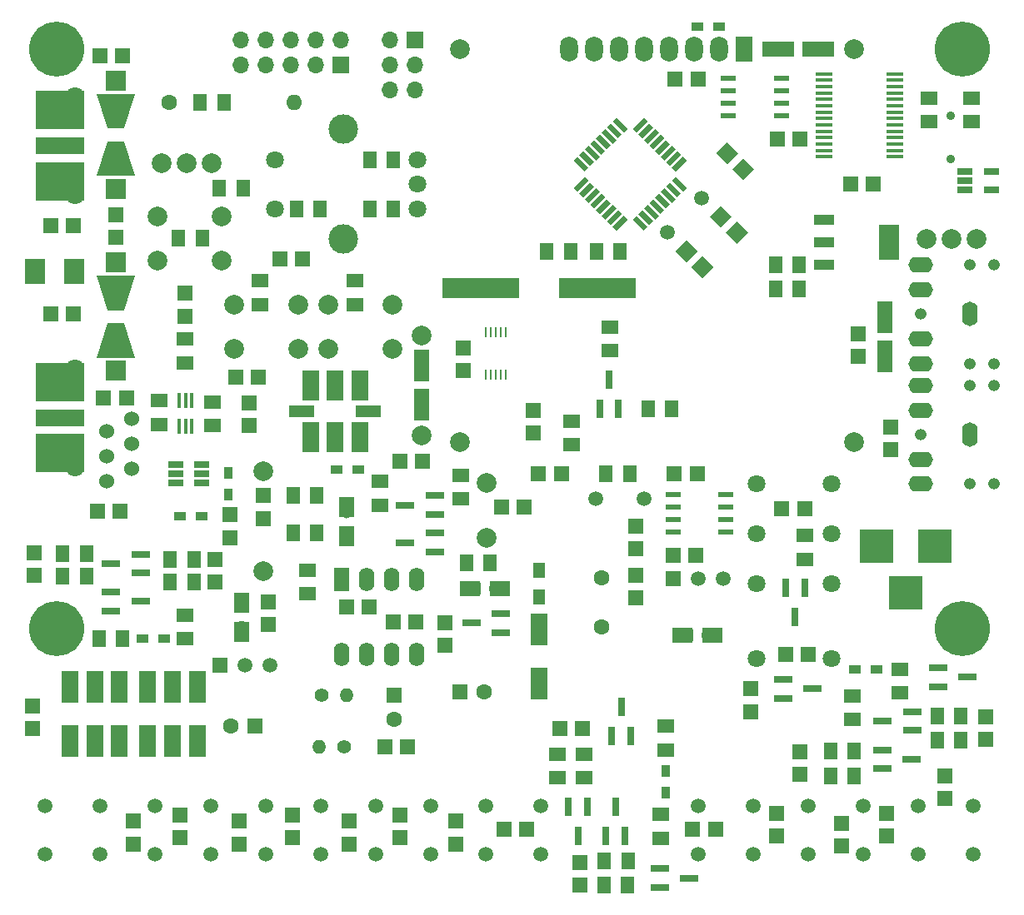
<source format=gts>
G04 #@! TF.FileFunction,Soldermask,Top*
%FSLAX46Y46*%
G04 Gerber Fmt 4.6, Leading zero omitted, Abs format (unit mm)*
G04 Created by KiCad (PCBNEW 4.0.3+e1-6302~38~ubuntu14.04.1-stable) date Sat Aug 26 04:58:37 2017*
%MOMM*%
%LPD*%
G01*
G04 APERTURE LIST*
%ADD10C,0.100000*%
%ADD11C,2.000000*%
%ADD12C,5.600000*%
%ADD13R,1.550000X0.600000*%
%ADD14R,1.560000X0.650000*%
%ADD15R,1.600000X1.600000*%
%ADD16R,3.500120X3.500120*%
%ADD17R,0.800000X1.900000*%
%ADD18R,1.900000X0.800000*%
%ADD19O,1.600000X2.500000*%
%ADD20O,1.200000X1.200000*%
%ADD21O,2.500000X1.600000*%
%ADD22C,1.998980*%
%ADD23R,1.200000X0.900000*%
%ADD24R,1.400000X1.700000*%
%ADD25R,1.700000X1.400000*%
%ADD26R,0.900000X1.200000*%
%ADD27R,1.300000X1.500000*%
%ADD28C,1.524000*%
%ADD29R,0.400000X1.500000*%
%ADD30C,1.500000*%
%ADD31R,2.000000X2.500000*%
%ADD32C,1.520000*%
%ADD33R,1.520000X1.520000*%
%ADD34R,1.700000X3.300000*%
%ADD35R,1.600000X2.400000*%
%ADD36O,1.600000X2.400000*%
%ADD37R,2.032000X3.657600*%
%ADD38R,2.032000X1.016000*%
%ADD39R,1.300000X1.300000*%
%ADD40C,1.300000*%
%ADD41R,1.501140X2.148840*%
%ADD42R,0.250000X1.100000*%
%ADD43R,7.875000X2.000000*%
%ADD44R,2.148840X1.501140*%
%ADD45C,1.800000*%
%ADD46R,1.700000X3.150000*%
%ADD47R,2.500000X1.300000*%
%ADD48R,2.550000X1.300000*%
%ADD49R,1.700000X1.700000*%
%ADD50O,1.700000X1.700000*%
%ADD51C,3.000000*%
%ADD52R,5.000000X1.800000*%
%ADD53R,5.000000X3.960000*%
%ADD54C,0.900000*%
%ADD55R,1.750000X0.450000*%
%ADD56R,3.200000X1.500000*%
%ADD57R,1.500000X3.200000*%
%ADD58C,1.600000*%
%ADD59C,1.400000*%
%ADD60O,1.400000X1.400000*%
%ADD61R,1.800000X2.600000*%
%ADD62O,1.800000X2.600000*%
%ADD63O,1.600000X1.600000*%
%ADD64R,1.998980X1.998980*%
G04 APERTURE END LIST*
D10*
D11*
X44200000Y-42020000D03*
X44200000Y-46520000D03*
X50700000Y-42020000D03*
X50700000Y-46520000D03*
D12*
X34000000Y-25000000D03*
X126000000Y-25000000D03*
X34000000Y-84000000D03*
X126000000Y-84000000D03*
D13*
X102000000Y-74105000D03*
X102000000Y-72835000D03*
X102000000Y-71565000D03*
X102000000Y-70295000D03*
X96600000Y-70295000D03*
X96600000Y-71565000D03*
X96600000Y-72835000D03*
X96600000Y-74105000D03*
D14*
X48750000Y-68200000D03*
X48750000Y-67250000D03*
X48750000Y-69150000D03*
X46050000Y-69150000D03*
X46050000Y-68200000D03*
X46050000Y-67250000D03*
D15*
X92800000Y-80850000D03*
X92800000Y-78550000D03*
X82400000Y-64050000D03*
X82400000Y-61750000D03*
X85250000Y-68200000D03*
X82950000Y-68200000D03*
X38750000Y-60500000D03*
X41050000Y-60500000D03*
X52150000Y-58400000D03*
X54450000Y-58400000D03*
X46980000Y-52170000D03*
X46980000Y-49870000D03*
X31700000Y-78550000D03*
X31700000Y-76250000D03*
X85110000Y-94160000D03*
X87410000Y-94160000D03*
X109470000Y-98800000D03*
X109470000Y-96500000D03*
X96600000Y-76540000D03*
X98900000Y-76540000D03*
X118730000Y-63490000D03*
X118730000Y-65790000D03*
X31500000Y-94100000D03*
X31500000Y-91800000D03*
X38150000Y-72000000D03*
X40450000Y-72000000D03*
X104470000Y-92400000D03*
X104470000Y-90100000D03*
X100920000Y-104400000D03*
X98620000Y-104400000D03*
X107100000Y-105050000D03*
X107100000Y-102750000D03*
X41800000Y-103550000D03*
X41800000Y-105850000D03*
X46500000Y-105250000D03*
X46500000Y-102950000D03*
X52550000Y-103550000D03*
X52550000Y-105850000D03*
X57900000Y-105250000D03*
X57900000Y-102950000D03*
X63700000Y-103550000D03*
X63700000Y-105850000D03*
X68850000Y-105250000D03*
X68850000Y-102950000D03*
X74520000Y-103550000D03*
X74520000Y-105850000D03*
X113700000Y-103750000D03*
X113700000Y-106050000D03*
X118300000Y-105050000D03*
X118300000Y-102750000D03*
X124250000Y-101250000D03*
X124250000Y-98950000D03*
X71150000Y-66960000D03*
X68850000Y-66960000D03*
X99050000Y-68200000D03*
X96750000Y-68200000D03*
X70450000Y-83300000D03*
X68150000Y-83300000D03*
X69650000Y-96010000D03*
X67350000Y-96010000D03*
X128360000Y-92900000D03*
X128360000Y-95200000D03*
X73400000Y-85650000D03*
X73400000Y-83350000D03*
X79150000Y-71600000D03*
X81450000Y-71600000D03*
X50050000Y-76910000D03*
X50050000Y-79210000D03*
X87180000Y-107730000D03*
X87180000Y-110030000D03*
X51600000Y-72400000D03*
X51600000Y-74700000D03*
X110340000Y-86560000D03*
X108040000Y-86560000D03*
X53550000Y-63300000D03*
X53550000Y-61000000D03*
X54950000Y-70450000D03*
X54950000Y-72750000D03*
D16*
X117249860Y-75600000D03*
X123249340Y-75600000D03*
X120249600Y-80299000D03*
D17*
X90390000Y-94880000D03*
X92290000Y-94880000D03*
X91340000Y-91880000D03*
D18*
X107800000Y-89150000D03*
X107800000Y-91050000D03*
X110800000Y-90100000D03*
X95280000Y-108370000D03*
X95280000Y-110270000D03*
X98280000Y-109320000D03*
X123550000Y-87950000D03*
X123550000Y-89850000D03*
X126550000Y-88900000D03*
X79100000Y-84350000D03*
X79100000Y-82450000D03*
X76100000Y-83400000D03*
D19*
X126750000Y-64250000D03*
D20*
X121750000Y-64250000D03*
D21*
X121750000Y-59250000D03*
X121750000Y-61750000D03*
X121750000Y-66750000D03*
X121750000Y-69250000D03*
D20*
X126750000Y-59250000D03*
X126750000Y-69250000D03*
X129250000Y-59250000D03*
X129250000Y-69250000D03*
D19*
X126750000Y-52000000D03*
D20*
X121750000Y-52000000D03*
D21*
X121750000Y-47000000D03*
X121750000Y-49500000D03*
X121750000Y-54500000D03*
X121750000Y-57000000D03*
D20*
X126750000Y-47000000D03*
X126750000Y-57000000D03*
X129250000Y-47000000D03*
X129250000Y-57000000D03*
D22*
X54950000Y-78100000D03*
X54950000Y-67940000D03*
D17*
X109970000Y-79780000D03*
X108070000Y-79780000D03*
X109020000Y-82780000D03*
D18*
X39510000Y-80250000D03*
X39510000Y-82150000D03*
X42510000Y-81200000D03*
D17*
X87900000Y-102050000D03*
X86000000Y-102050000D03*
X86950000Y-105050000D03*
D18*
X117850000Y-96300000D03*
X117850000Y-98200000D03*
X120850000Y-97250000D03*
X42510000Y-78310000D03*
X42510000Y-76410000D03*
X39510000Y-77360000D03*
D17*
X89800000Y-105050000D03*
X91700000Y-105050000D03*
X90750000Y-102050000D03*
D18*
X120900000Y-94300000D03*
X120900000Y-92400000D03*
X117900000Y-93350000D03*
X72400000Y-76150000D03*
X72400000Y-74250000D03*
X69400000Y-75200000D03*
X72400000Y-72350000D03*
X72400000Y-70450000D03*
X69400000Y-71400000D03*
D17*
X89180000Y-61640000D03*
X91080000Y-61640000D03*
X90130000Y-58640000D03*
D23*
X48700000Y-72500000D03*
X46500000Y-72500000D03*
D24*
X92200000Y-68200000D03*
X89800000Y-68200000D03*
X34600000Y-76300000D03*
X37000000Y-76300000D03*
X34600000Y-78600000D03*
X37000000Y-78600000D03*
D25*
X87600000Y-96750000D03*
X87600000Y-99150000D03*
X84890000Y-96750000D03*
X84890000Y-99150000D03*
D24*
X112640000Y-96420000D03*
X115040000Y-96420000D03*
X40700000Y-85000000D03*
X38300000Y-85000000D03*
D26*
X95840000Y-98430000D03*
X95840000Y-100630000D03*
D25*
X95870000Y-93900000D03*
X95870000Y-96300000D03*
D24*
X112640000Y-98970000D03*
X115040000Y-98970000D03*
D25*
X114800000Y-90800000D03*
X114800000Y-93200000D03*
X47000000Y-82600000D03*
X47000000Y-85000000D03*
D23*
X42700000Y-84990000D03*
X44900000Y-84990000D03*
D25*
X95330000Y-105270000D03*
X95330000Y-102870000D03*
X119650000Y-90500000D03*
X119650000Y-88100000D03*
D23*
X115050000Y-88100000D03*
X117250000Y-88100000D03*
D24*
X45520000Y-79200000D03*
X47920000Y-79200000D03*
X45530000Y-76900000D03*
X47930000Y-76900000D03*
X91980000Y-110020000D03*
X89580000Y-110020000D03*
X92020000Y-107550000D03*
X89620000Y-107550000D03*
X123440000Y-95340000D03*
X125840000Y-95340000D03*
X123430000Y-92890000D03*
X125830000Y-92890000D03*
D26*
X51400000Y-68100000D03*
X51400000Y-70300000D03*
D25*
X59500000Y-78000000D03*
X59500000Y-80400000D03*
X49810000Y-60900000D03*
X49810000Y-63300000D03*
D24*
X60400000Y-74200000D03*
X58000000Y-74200000D03*
D27*
X83000000Y-78050000D03*
X83000000Y-80750000D03*
D25*
X75040000Y-70760000D03*
X75040000Y-68360000D03*
D24*
X75600000Y-77300000D03*
X78000000Y-77300000D03*
D25*
X86280000Y-65250000D03*
X86280000Y-62850000D03*
X44360000Y-60800000D03*
X44360000Y-63200000D03*
D24*
X60400000Y-70400000D03*
X58000000Y-70400000D03*
D25*
X46980000Y-56940000D03*
X46980000Y-54540000D03*
D28*
X41600000Y-62600000D03*
X39060000Y-63870000D03*
X41600000Y-65140000D03*
X39060000Y-66410000D03*
X41600000Y-67680000D03*
X39060000Y-68950000D03*
D29*
X47730000Y-60770000D03*
X47080000Y-60770000D03*
X46430000Y-60770000D03*
X46430000Y-63430000D03*
X47080000Y-63430000D03*
X47730000Y-63430000D03*
D30*
X32800000Y-106900000D03*
X32800000Y-102020000D03*
X83200000Y-102000000D03*
X83200000Y-106880000D03*
X104750000Y-102000000D03*
X104750000Y-106880000D03*
X127150000Y-106900000D03*
X127150000Y-102020000D03*
X38400000Y-106900000D03*
X38400000Y-102020000D03*
X44000000Y-102000000D03*
X44000000Y-106880000D03*
X49600000Y-106900000D03*
X49600000Y-102020000D03*
X55200000Y-102000000D03*
X55200000Y-106880000D03*
X60800000Y-106900000D03*
X60800000Y-102020000D03*
X66400000Y-102000000D03*
X66400000Y-106880000D03*
X72000000Y-106900000D03*
X72000000Y-102020000D03*
X77600000Y-102000000D03*
X77600000Y-106880000D03*
X99150000Y-102000000D03*
X99150000Y-106880000D03*
X110350000Y-106900000D03*
X110350000Y-102020000D03*
X115950000Y-102000000D03*
X115950000Y-106880000D03*
X121550000Y-106900000D03*
X121550000Y-102020000D03*
D15*
X38350000Y-25750000D03*
X40650000Y-25750000D03*
X40000000Y-41850000D03*
X40000000Y-44150000D03*
X55500000Y-81250000D03*
X55500000Y-83550000D03*
X79450000Y-104400000D03*
X81750000Y-104400000D03*
D31*
X35770000Y-47660000D03*
X31770000Y-47660000D03*
D32*
X53080000Y-87680000D03*
X55620000Y-87680000D03*
D33*
X50540000Y-87680000D03*
D34*
X35350000Y-89900000D03*
X35350000Y-95400000D03*
X37850000Y-95400000D03*
X37850000Y-89900000D03*
X40350000Y-89900000D03*
X40350000Y-95400000D03*
X43200000Y-95400000D03*
X43200000Y-89900000D03*
X45750000Y-89900000D03*
X45750000Y-95400000D03*
X48300000Y-95400000D03*
X48300000Y-89900000D03*
D11*
X124890000Y-44310000D03*
X122350000Y-44310000D03*
X127430000Y-44310000D03*
D35*
X62900000Y-79000000D03*
D36*
X70520000Y-86620000D03*
X65440000Y-79000000D03*
X67980000Y-86620000D03*
X67980000Y-79000000D03*
X65440000Y-86620000D03*
X70520000Y-79000000D03*
X62900000Y-86620000D03*
D32*
X99140000Y-78840000D03*
X101680000Y-78840000D03*
D33*
X96600000Y-78840000D03*
D34*
X83000000Y-84050000D03*
X83000000Y-89550000D03*
D10*
G36*
X103238198Y-35616827D02*
X102106827Y-36748198D01*
X100975456Y-35616827D01*
X102106827Y-34485456D01*
X103238198Y-35616827D01*
X103238198Y-35616827D01*
G37*
G36*
X104864544Y-37243173D02*
X103733173Y-38374544D01*
X102601802Y-37243173D01*
X103733173Y-36111802D01*
X104864544Y-37243173D01*
X104864544Y-37243173D01*
G37*
D15*
X75300000Y-57750000D03*
X75300000Y-55450000D03*
D37*
X118552000Y-44650000D03*
D38*
X111948000Y-44650000D03*
X111948000Y-46936000D03*
X111948000Y-42364000D03*
D39*
X63400000Y-74100000D03*
D40*
X63400000Y-72100000D03*
D41*
X63400000Y-74601140D03*
X63400000Y-71598860D03*
D39*
X52800000Y-81800000D03*
D40*
X52800000Y-83800000D03*
D41*
X52800000Y-81298860D03*
X52800000Y-84301140D03*
D42*
X79600000Y-53850000D03*
X79100000Y-53850000D03*
X78600000Y-53850000D03*
X78100000Y-53850000D03*
X77600000Y-53850000D03*
X77600000Y-58150000D03*
X78100000Y-58150000D03*
X78600000Y-58150000D03*
X79100000Y-58150000D03*
X79600000Y-58150000D03*
D43*
X77062500Y-49300000D03*
X88937500Y-49300000D03*
D15*
X35650000Y-43000000D03*
X33350000Y-43000000D03*
D39*
X98080000Y-84630000D03*
D40*
X100080000Y-84630000D03*
D44*
X97578860Y-84630000D03*
X100581140Y-84630000D03*
D15*
X35650000Y-52000000D03*
X33350000Y-52000000D03*
D22*
X71100000Y-64300000D03*
X71100000Y-54140000D03*
D10*
G36*
X94035445Y-43106334D02*
X93646536Y-43495243D01*
X92515165Y-42363872D01*
X92904074Y-41974963D01*
X94035445Y-43106334D01*
X94035445Y-43106334D01*
G37*
G36*
X94601130Y-42540648D02*
X94212221Y-42929557D01*
X93080850Y-41798186D01*
X93469759Y-41409277D01*
X94601130Y-42540648D01*
X94601130Y-42540648D01*
G37*
G36*
X95166816Y-41974963D02*
X94777907Y-42363872D01*
X93646536Y-41232501D01*
X94035445Y-40843592D01*
X95166816Y-41974963D01*
X95166816Y-41974963D01*
G37*
G36*
X95732501Y-41409278D02*
X95343592Y-41798187D01*
X94212221Y-40666816D01*
X94601130Y-40277907D01*
X95732501Y-41409278D01*
X95732501Y-41409278D01*
G37*
G36*
X96298187Y-40843592D02*
X95909278Y-41232501D01*
X94777907Y-40101130D01*
X95166816Y-39712221D01*
X96298187Y-40843592D01*
X96298187Y-40843592D01*
G37*
G36*
X96863872Y-40277907D02*
X96474963Y-40666816D01*
X95343592Y-39535445D01*
X95732501Y-39146536D01*
X96863872Y-40277907D01*
X96863872Y-40277907D01*
G37*
G36*
X97429557Y-39712221D02*
X97040648Y-40101130D01*
X95909277Y-38969759D01*
X96298186Y-38580850D01*
X97429557Y-39712221D01*
X97429557Y-39712221D01*
G37*
G36*
X97995243Y-39146536D02*
X97606334Y-39535445D01*
X96474963Y-38404074D01*
X96863872Y-38015165D01*
X97995243Y-39146536D01*
X97995243Y-39146536D01*
G37*
G36*
X97606334Y-35964555D02*
X97995243Y-36353464D01*
X96863872Y-37484835D01*
X96474963Y-37095926D01*
X97606334Y-35964555D01*
X97606334Y-35964555D01*
G37*
G36*
X97040648Y-35398870D02*
X97429557Y-35787779D01*
X96298186Y-36919150D01*
X95909277Y-36530241D01*
X97040648Y-35398870D01*
X97040648Y-35398870D01*
G37*
G36*
X96474963Y-34833184D02*
X96863872Y-35222093D01*
X95732501Y-36353464D01*
X95343592Y-35964555D01*
X96474963Y-34833184D01*
X96474963Y-34833184D01*
G37*
G36*
X95909278Y-34267499D02*
X96298187Y-34656408D01*
X95166816Y-35787779D01*
X94777907Y-35398870D01*
X95909278Y-34267499D01*
X95909278Y-34267499D01*
G37*
G36*
X95343592Y-33701813D02*
X95732501Y-34090722D01*
X94601130Y-35222093D01*
X94212221Y-34833184D01*
X95343592Y-33701813D01*
X95343592Y-33701813D01*
G37*
G36*
X94777907Y-33136128D02*
X95166816Y-33525037D01*
X94035445Y-34656408D01*
X93646536Y-34267499D01*
X94777907Y-33136128D01*
X94777907Y-33136128D01*
G37*
G36*
X94212221Y-32570443D02*
X94601130Y-32959352D01*
X93469759Y-34090723D01*
X93080850Y-33701814D01*
X94212221Y-32570443D01*
X94212221Y-32570443D01*
G37*
G36*
X93646536Y-32004757D02*
X94035445Y-32393666D01*
X92904074Y-33525037D01*
X92515165Y-33136128D01*
X93646536Y-32004757D01*
X93646536Y-32004757D01*
G37*
G36*
X91984835Y-33136128D02*
X91595926Y-33525037D01*
X90464555Y-32393666D01*
X90853464Y-32004757D01*
X91984835Y-33136128D01*
X91984835Y-33136128D01*
G37*
G36*
X91419150Y-33701814D02*
X91030241Y-34090723D01*
X89898870Y-32959352D01*
X90287779Y-32570443D01*
X91419150Y-33701814D01*
X91419150Y-33701814D01*
G37*
G36*
X90853464Y-34267499D02*
X90464555Y-34656408D01*
X89333184Y-33525037D01*
X89722093Y-33136128D01*
X90853464Y-34267499D01*
X90853464Y-34267499D01*
G37*
G36*
X90287779Y-34833184D02*
X89898870Y-35222093D01*
X88767499Y-34090722D01*
X89156408Y-33701813D01*
X90287779Y-34833184D01*
X90287779Y-34833184D01*
G37*
G36*
X89722093Y-35398870D02*
X89333184Y-35787779D01*
X88201813Y-34656408D01*
X88590722Y-34267499D01*
X89722093Y-35398870D01*
X89722093Y-35398870D01*
G37*
G36*
X89156408Y-35964555D02*
X88767499Y-36353464D01*
X87636128Y-35222093D01*
X88025037Y-34833184D01*
X89156408Y-35964555D01*
X89156408Y-35964555D01*
G37*
G36*
X88590723Y-36530241D02*
X88201814Y-36919150D01*
X87070443Y-35787779D01*
X87459352Y-35398870D01*
X88590723Y-36530241D01*
X88590723Y-36530241D01*
G37*
G36*
X88025037Y-37095926D02*
X87636128Y-37484835D01*
X86504757Y-36353464D01*
X86893666Y-35964555D01*
X88025037Y-37095926D01*
X88025037Y-37095926D01*
G37*
G36*
X87636128Y-38015165D02*
X88025037Y-38404074D01*
X86893666Y-39535445D01*
X86504757Y-39146536D01*
X87636128Y-38015165D01*
X87636128Y-38015165D01*
G37*
G36*
X88201814Y-38580850D02*
X88590723Y-38969759D01*
X87459352Y-40101130D01*
X87070443Y-39712221D01*
X88201814Y-38580850D01*
X88201814Y-38580850D01*
G37*
G36*
X88767499Y-39146536D02*
X89156408Y-39535445D01*
X88025037Y-40666816D01*
X87636128Y-40277907D01*
X88767499Y-39146536D01*
X88767499Y-39146536D01*
G37*
G36*
X89333184Y-39712221D02*
X89722093Y-40101130D01*
X88590722Y-41232501D01*
X88201813Y-40843592D01*
X89333184Y-39712221D01*
X89333184Y-39712221D01*
G37*
G36*
X89898870Y-40277907D02*
X90287779Y-40666816D01*
X89156408Y-41798187D01*
X88767499Y-41409278D01*
X89898870Y-40277907D01*
X89898870Y-40277907D01*
G37*
G36*
X90464555Y-40843592D02*
X90853464Y-41232501D01*
X89722093Y-42363872D01*
X89333184Y-41974963D01*
X90464555Y-40843592D01*
X90464555Y-40843592D01*
G37*
G36*
X91030241Y-41409277D02*
X91419150Y-41798186D01*
X90287779Y-42929557D01*
X89898870Y-42540648D01*
X91030241Y-41409277D01*
X91030241Y-41409277D01*
G37*
G36*
X91595926Y-41974963D02*
X91984835Y-42363872D01*
X90853464Y-43495243D01*
X90464555Y-43106334D01*
X91595926Y-41974963D01*
X91595926Y-41974963D01*
G37*
D45*
X112750000Y-87000000D03*
X105130000Y-87000000D03*
X112750000Y-74300000D03*
X105130000Y-69220000D03*
X105130000Y-79380000D03*
X112750000Y-79380000D03*
X105130000Y-74300000D03*
X112750000Y-69220000D03*
D46*
X64760000Y-59270000D03*
X62260000Y-59270000D03*
X59760000Y-59270000D03*
X59760000Y-64470000D03*
X62260000Y-64470000D03*
X64760000Y-64470000D03*
D47*
X65610000Y-61870000D03*
D48*
X58910000Y-61870000D03*
D15*
X92800000Y-75850000D03*
X92800000Y-73550000D03*
D30*
X88750000Y-70750000D03*
X93630000Y-70750000D03*
D22*
X77646000Y-74742000D03*
X77646000Y-69154000D03*
D39*
X76500000Y-79900000D03*
D40*
X78500000Y-79900000D03*
D44*
X75998860Y-79900000D03*
X79001140Y-79900000D03*
D10*
G36*
X99078198Y-45566827D02*
X97946827Y-46698198D01*
X96815456Y-45566827D01*
X97946827Y-44435456D01*
X99078198Y-45566827D01*
X99078198Y-45566827D01*
G37*
G36*
X100704544Y-47193173D02*
X99573173Y-48324544D01*
X98441802Y-47193173D01*
X99573173Y-46061802D01*
X100704544Y-47193173D01*
X100704544Y-47193173D01*
G37*
G36*
X102598198Y-42066827D02*
X101466827Y-43198198D01*
X100335456Y-42066827D01*
X101466827Y-40935456D01*
X102598198Y-42066827D01*
X102598198Y-42066827D01*
G37*
G36*
X104224544Y-43693173D02*
X103093173Y-44824544D01*
X101961802Y-43693173D01*
X103093173Y-42561802D01*
X104224544Y-43693173D01*
X104224544Y-43693173D01*
G37*
D49*
X70390000Y-24100000D03*
D50*
X67850000Y-24100000D03*
X70390000Y-26640000D03*
X67850000Y-26640000D03*
X70390000Y-29180000D03*
X67850000Y-29180000D03*
D30*
X99530000Y-40230000D03*
X96079319Y-43680681D03*
D24*
X91200000Y-45600000D03*
X88800000Y-45600000D03*
X86200000Y-45600000D03*
X83800000Y-45600000D03*
D45*
X56140000Y-36280000D03*
X70640000Y-36280000D03*
X70640000Y-38780000D03*
X70640000Y-41280000D03*
X56140000Y-41280000D03*
D51*
X63140000Y-44380000D03*
X63140000Y-33180000D03*
D45*
X35857000Y-67580000D03*
X35857000Y-57420000D03*
D52*
X34350000Y-62500000D03*
D53*
X34350000Y-58880000D03*
X34350000Y-66120000D03*
D45*
X35857000Y-65040000D03*
X35857000Y-59960000D03*
X35857000Y-62500000D03*
D54*
X124800000Y-31800000D03*
X124800000Y-36200000D03*
D24*
X50960000Y-30450000D03*
X48560000Y-30450000D03*
X52930000Y-39160000D03*
X50530000Y-39160000D03*
X107030000Y-46940000D03*
X109430000Y-46940000D03*
X109430000Y-49420000D03*
X107030000Y-49420000D03*
D55*
X111980000Y-27535000D03*
X111980000Y-28185000D03*
X111980000Y-28835000D03*
X111980000Y-29485000D03*
X111980000Y-30135000D03*
X111980000Y-30785000D03*
X111980000Y-31435000D03*
X111980000Y-32085000D03*
X111980000Y-32735000D03*
X111980000Y-33385000D03*
X111980000Y-34035000D03*
X111980000Y-34685000D03*
X111980000Y-35335000D03*
X111980000Y-35985000D03*
X119180000Y-35985000D03*
X119180000Y-35335000D03*
X119180000Y-34685000D03*
X119180000Y-34035000D03*
X119180000Y-33385000D03*
X119180000Y-32735000D03*
X119180000Y-32085000D03*
X119180000Y-31435000D03*
X119180000Y-30785000D03*
X119180000Y-30135000D03*
X119180000Y-29485000D03*
X119180000Y-28835000D03*
X119180000Y-28185000D03*
X119180000Y-27535000D03*
D13*
X107630000Y-31815000D03*
X107630000Y-30545000D03*
X107630000Y-29275000D03*
X107630000Y-28005000D03*
X102230000Y-28005000D03*
X102230000Y-29275000D03*
X102230000Y-30545000D03*
X102230000Y-31815000D03*
D45*
X35857000Y-39950000D03*
X35857000Y-29790000D03*
D52*
X34350000Y-34870000D03*
D53*
X34350000Y-31250000D03*
X34350000Y-38490000D03*
D45*
X35857000Y-37410000D03*
X35857000Y-32330000D03*
X35857000Y-34870000D03*
D15*
X96840000Y-28080000D03*
X99140000Y-28080000D03*
X109970000Y-71750000D03*
X107670000Y-71750000D03*
D24*
X65800000Y-36280000D03*
X68200000Y-36280000D03*
X65800000Y-41280000D03*
X68200000Y-41280000D03*
X60720000Y-41290000D03*
X58320000Y-41290000D03*
D25*
X64280000Y-48600000D03*
X64280000Y-51000000D03*
X54640000Y-48600000D03*
X54640000Y-51000000D03*
D11*
X61600000Y-51000000D03*
X61600000Y-55500000D03*
X68100000Y-51000000D03*
X68100000Y-55500000D03*
X52000000Y-51000000D03*
X52000000Y-55500000D03*
X58500000Y-51000000D03*
X58500000Y-55500000D03*
D15*
X107200000Y-34140000D03*
X109500000Y-34140000D03*
X114660000Y-38720000D03*
X116960000Y-38720000D03*
D25*
X122630000Y-32410000D03*
X122630000Y-30010000D03*
X126940000Y-29990000D03*
X126940000Y-32390000D03*
D56*
X107330000Y-25030000D03*
X111330000Y-25030000D03*
D57*
X118138000Y-52290000D03*
X118138000Y-56290000D03*
D15*
X68240000Y-90720000D03*
D58*
X68240000Y-93220000D03*
D25*
X66800000Y-71400000D03*
X66800000Y-69000000D03*
D15*
X74940000Y-90360000D03*
D58*
X77440000Y-90360000D03*
D15*
X54170000Y-93840000D03*
D58*
X51670000Y-93840000D03*
D57*
X71100000Y-61210000D03*
X71100000Y-57210000D03*
D11*
X47170000Y-36630000D03*
X44630000Y-36630000D03*
X49710000Y-36630000D03*
D24*
X48760000Y-44260000D03*
X46360000Y-44260000D03*
D23*
X99050000Y-22720000D03*
X101250000Y-22720000D03*
D49*
X62840000Y-26680000D03*
D50*
X62840000Y-24140000D03*
X60300000Y-26680000D03*
X60300000Y-24140000D03*
X57760000Y-26680000D03*
X57760000Y-24140000D03*
X55220000Y-26680000D03*
X55220000Y-24140000D03*
X52680000Y-26680000D03*
X52680000Y-24140000D03*
D23*
X64590000Y-67830000D03*
X62390000Y-67830000D03*
D58*
X89320000Y-78790000D03*
X89320000Y-83790000D03*
D25*
X109970000Y-76910000D03*
X109970000Y-74510000D03*
D59*
X63200000Y-96000000D03*
D60*
X60660000Y-96000000D03*
D59*
X60900000Y-90720000D03*
D60*
X63440000Y-90720000D03*
D61*
X103860000Y-25030000D03*
D62*
X101320000Y-25030000D03*
X98780000Y-25030000D03*
X96240000Y-25030000D03*
X93700000Y-25030000D03*
X91160000Y-25030000D03*
X88620000Y-25030000D03*
X86080000Y-25030000D03*
D11*
X114970000Y-25030000D03*
X114970000Y-65030000D03*
X74970000Y-65030000D03*
X74970000Y-25030000D03*
D58*
X45370000Y-30450000D03*
D63*
X58070000Y-30450000D03*
D15*
X58940000Y-46350000D03*
X56640000Y-46350000D03*
D25*
X90160000Y-53280000D03*
X90160000Y-55680000D03*
D24*
X94070000Y-61640000D03*
X96470000Y-61640000D03*
D15*
X115450000Y-53990000D03*
X115450000Y-56290000D03*
D14*
X126270000Y-37470000D03*
X126270000Y-38420000D03*
X126270000Y-39370000D03*
X128970000Y-39370000D03*
X128970000Y-37470000D03*
D10*
G36*
X38050550Y-29586940D02*
X41949450Y-29586940D01*
X40849630Y-33087060D01*
X39150370Y-33087060D01*
X38050550Y-29586940D01*
X38050550Y-29586940D01*
G37*
G36*
X41949450Y-37913060D02*
X38050550Y-37913060D01*
X39150370Y-34412940D01*
X40849630Y-34412940D01*
X41949450Y-37913060D01*
X41949450Y-37913060D01*
G37*
D64*
X40000000Y-28248360D03*
X40000000Y-39251640D03*
D10*
G36*
X38050550Y-48086940D02*
X41949450Y-48086940D01*
X40849630Y-51587060D01*
X39150370Y-51587060D01*
X38050550Y-48086940D01*
X38050550Y-48086940D01*
G37*
G36*
X41949450Y-56413060D02*
X38050550Y-56413060D01*
X39150370Y-52912940D01*
X40849630Y-52912940D01*
X41949450Y-56413060D01*
X41949450Y-56413060D01*
G37*
D64*
X40000000Y-46748360D03*
X40000000Y-57751640D03*
D15*
X65750000Y-81750000D03*
X63450000Y-81750000D03*
M02*

</source>
